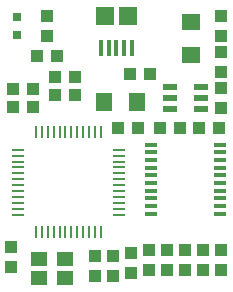
<source format=gtp>
G75*
%MOIN*%
%OFA0B0*%
%FSLAX24Y24*%
%IPPOS*%
%LPD*%
%AMOC8*
5,1,8,0,0,1.08239X$1,22.5*
%
%ADD10R,0.0551X0.0453*%
%ADD11R,0.0080X0.0394*%
%ADD12R,0.0394X0.0080*%
%ADD13R,0.0433X0.0394*%
%ADD14R,0.0394X0.0433*%
%ADD15R,0.0157X0.0531*%
%ADD16R,0.0591X0.0610*%
%ADD17R,0.0315X0.0315*%
%ADD18R,0.0390X0.0120*%
%ADD19R,0.0472X0.0217*%
%ADD20R,0.0630X0.0551*%
%ADD21R,0.0551X0.0630*%
D10*
X004286Y004250D03*
X004286Y004880D03*
X005152Y004880D03*
X005152Y004250D03*
D11*
X005153Y005777D03*
X004957Y005777D03*
X004760Y005777D03*
X004563Y005777D03*
X004366Y005777D03*
X004169Y005777D03*
X005350Y005777D03*
X005547Y005777D03*
X005744Y005777D03*
X005941Y005777D03*
X006138Y005777D03*
X006334Y005777D03*
X006334Y009123D03*
X006138Y009123D03*
X005941Y009123D03*
X005744Y009123D03*
X005547Y009123D03*
X005350Y009123D03*
X005153Y009123D03*
X004957Y009123D03*
X004760Y009123D03*
X004563Y009123D03*
X004366Y009123D03*
X004169Y009123D03*
D12*
X003579Y008533D03*
X003579Y008336D03*
X003579Y008139D03*
X003579Y007942D03*
X003579Y007745D03*
X003579Y007548D03*
X003579Y007352D03*
X003579Y007155D03*
X003579Y006958D03*
X003579Y006761D03*
X003579Y006564D03*
X003579Y006367D03*
X006925Y006367D03*
X006925Y006564D03*
X006925Y006761D03*
X006925Y006958D03*
X006925Y007155D03*
X006925Y007352D03*
X006925Y007548D03*
X006925Y007745D03*
X006925Y007942D03*
X006925Y008139D03*
X006925Y008336D03*
X006925Y008533D03*
D13*
X006917Y009250D03*
X007586Y009250D03*
X008317Y009250D03*
X008986Y009250D03*
X009617Y009250D03*
X010286Y009250D03*
X007986Y011050D03*
X007317Y011050D03*
X005486Y010950D03*
X005486Y010350D03*
X004817Y010350D03*
X004817Y010950D03*
X004886Y011650D03*
X004217Y011650D03*
X004086Y010550D03*
X004086Y009950D03*
X003417Y009950D03*
X003417Y010550D03*
D14*
X003352Y004615D03*
X003352Y005285D03*
X006152Y004985D03*
X006752Y004985D03*
X007352Y005085D03*
X007952Y005185D03*
X007952Y004515D03*
X007352Y004415D03*
X006752Y004315D03*
X006152Y004315D03*
X008552Y004515D03*
X009152Y004515D03*
X009152Y005185D03*
X008552Y005185D03*
X009752Y005185D03*
X010352Y005185D03*
X010352Y004515D03*
X009752Y004515D03*
X010352Y009915D03*
X010352Y010585D03*
X010352Y011115D03*
X010352Y011785D03*
X010352Y012315D03*
X010352Y012985D03*
X004552Y012985D03*
X004552Y012315D03*
D15*
X006340Y011932D03*
X006596Y011932D03*
X006852Y011932D03*
X007108Y011932D03*
X007364Y011932D03*
D16*
X007245Y012995D03*
X006458Y012995D03*
D17*
X003552Y012945D03*
X003552Y012355D03*
D18*
X008003Y008702D03*
X008003Y008446D03*
X008003Y008190D03*
X008003Y007934D03*
X008003Y007678D03*
X008003Y007422D03*
X008003Y007166D03*
X008003Y006910D03*
X008003Y006654D03*
X008003Y006398D03*
X010301Y006398D03*
X010301Y006654D03*
X010301Y006910D03*
X010301Y007166D03*
X010301Y007422D03*
X010301Y007678D03*
X010301Y007934D03*
X010301Y008190D03*
X010301Y008446D03*
X010301Y008702D03*
D19*
X009664Y009876D03*
X009664Y010250D03*
X009664Y010624D03*
X008640Y010624D03*
X008640Y010250D03*
X008640Y009876D03*
D20*
X009352Y011699D03*
X009352Y012801D03*
D21*
X007543Y010110D03*
X006441Y010110D03*
M02*

</source>
